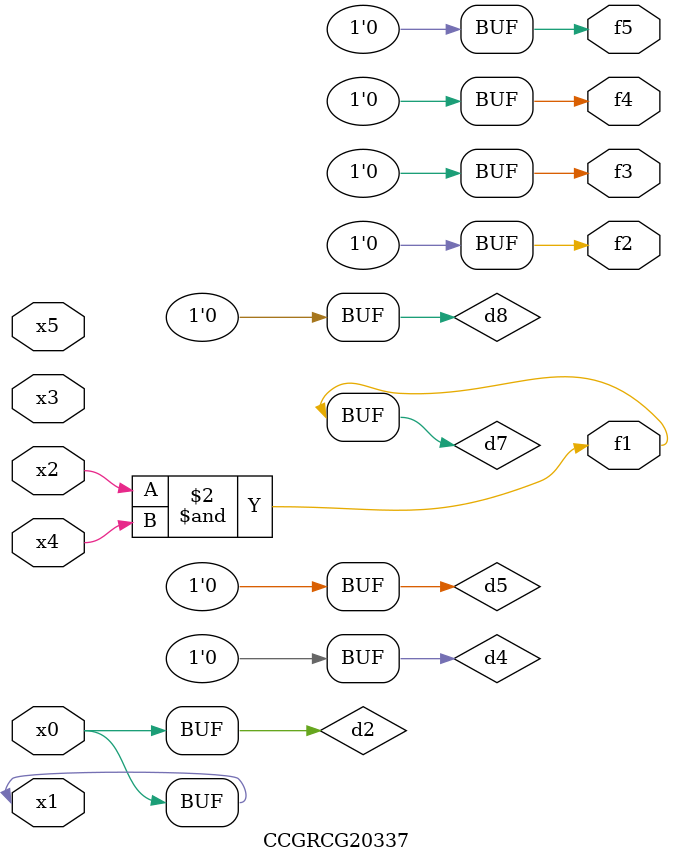
<source format=v>
module CCGRCG20337(
	input x0, x1, x2, x3, x4, x5,
	output f1, f2, f3, f4, f5
);

	wire d1, d2, d3, d4, d5, d6, d7, d8, d9;

	nand (d1, x1);
	buf (d2, x0, x1);
	nand (d3, x2, x4);
	and (d4, d1, d2);
	and (d5, d1, d2);
	nand (d6, d1, d3);
	not (d7, d3);
	xor (d8, d5);
	nor (d9, d5, d6);
	assign f1 = d7;
	assign f2 = d8;
	assign f3 = d8;
	assign f4 = d8;
	assign f5 = d8;
endmodule

</source>
